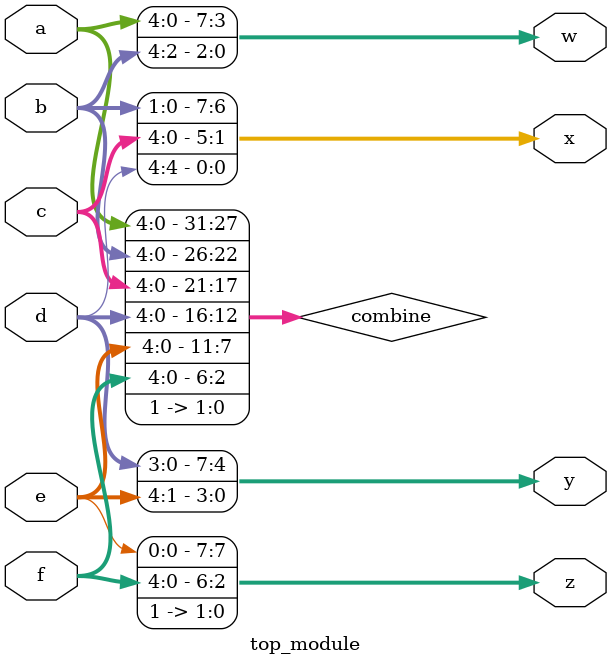
<source format=v>
module top_module (
    input [4:0] a, b, c, d, e, f,
    output [7:0] w, x, y, z );//
    
    wire [31:0]combine;
    // assign combine = {a[4:0], b[4:0], c[4:0], d[4:0], e[4:0], f[4:0], 2'b11};
    assign combine = {a, b, c, d, e, f, 2'b11};
    
    assign z = combine[7:0];
    assign y = combine[15:8];
    assign x = combine[23:16];
    assign w = combine[31:24];
    
endmodule
</source>
